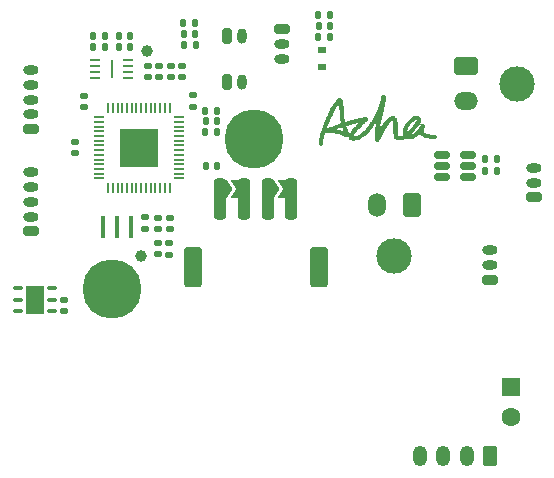
<source format=gts>
%TF.GenerationSoftware,KiCad,Pcbnew,(6.0.6)*%
%TF.CreationDate,2022-08-27T18:47:02+08:00*%
%TF.ProjectId,Stealthburner_Toolhead_PCB,53746561-6c74-4686-9275-726e65725f54,rev?*%
%TF.SameCoordinates,Original*%
%TF.FileFunction,Soldermask,Top*%
%TF.FilePolarity,Negative*%
%FSLAX46Y46*%
G04 Gerber Fmt 4.6, Leading zero omitted, Abs format (unit mm)*
G04 Created by KiCad (PCBNEW (6.0.6)) date 2022-08-27 18:47:02*
%MOMM*%
%LPD*%
G01*
G04 APERTURE LIST*
G04 Aperture macros list*
%AMRoundRect*
0 Rectangle with rounded corners*
0 $1 Rounding radius*
0 $2 $3 $4 $5 $6 $7 $8 $9 X,Y pos of 4 corners*
0 Add a 4 corners polygon primitive as box body*
4,1,4,$2,$3,$4,$5,$6,$7,$8,$9,$2,$3,0*
0 Add four circle primitives for the rounded corners*
1,1,$1+$1,$2,$3*
1,1,$1+$1,$4,$5*
1,1,$1+$1,$6,$7*
1,1,$1+$1,$8,$9*
0 Add four rect primitives between the rounded corners*
20,1,$1+$1,$2,$3,$4,$5,0*
20,1,$1+$1,$4,$5,$6,$7,0*
20,1,$1+$1,$6,$7,$8,$9,0*
20,1,$1+$1,$8,$9,$2,$3,0*%
%AMFreePoly0*
4,1,6,1.000000,0.000000,0.500000,-0.750000,-0.500000,-0.750000,-0.500000,0.750000,0.500000,0.750000,1.000000,0.000000,1.000000,0.000000,$1*%
%AMFreePoly1*
4,1,6,0.500000,-0.750000,-0.650000,-0.750000,-0.150000,0.000000,-0.650000,0.750000,0.500000,0.750000,0.500000,-0.750000,0.500000,-0.750000,$1*%
G04 Aperture macros list end*
%ADD10RoundRect,0.140000X-0.170000X0.140000X-0.170000X-0.140000X0.170000X-0.140000X0.170000X0.140000X0*%
%ADD11RoundRect,0.140000X0.170000X-0.140000X0.170000X0.140000X-0.170000X0.140000X-0.170000X-0.140000X0*%
%ADD12RoundRect,0.200000X-0.200000X-0.450000X0.200000X-0.450000X0.200000X0.450000X-0.200000X0.450000X0*%
%ADD13O,0.800000X1.300000*%
%ADD14R,0.812800X0.177800*%
%ADD15R,0.177800X0.812800*%
%ADD16R,3.200400X3.200400*%
%ADD17RoundRect,0.140000X-0.140000X-0.170000X0.140000X-0.170000X0.140000X0.170000X-0.140000X0.170000X0*%
%ADD18FreePoly0,0.000000*%
%ADD19FreePoly1,0.000000*%
%ADD20C,3.000000*%
%ADD21RoundRect,0.250001X0.499999X0.759999X-0.499999X0.759999X-0.499999X-0.759999X0.499999X-0.759999X0*%
%ADD22O,1.500000X2.020000*%
%ADD23RoundRect,0.135000X0.135000X0.185000X-0.135000X0.185000X-0.135000X-0.185000X0.135000X-0.185000X0*%
%ADD24RoundRect,0.200000X0.450000X-0.200000X0.450000X0.200000X-0.450000X0.200000X-0.450000X-0.200000X0*%
%ADD25O,1.300000X0.800000*%
%ADD26R,1.600000X1.600000*%
%ADD27C,1.600000*%
%ADD28C,1.000000*%
%ADD29RoundRect,0.135000X-0.135000X-0.185000X0.135000X-0.185000X0.135000X0.185000X-0.135000X0.185000X0*%
%ADD30RoundRect,0.250000X-0.250000X-1.500000X0.250000X-1.500000X0.250000X1.500000X-0.250000X1.500000X0*%
%ADD31RoundRect,0.250001X-0.499999X-1.449999X0.499999X-1.449999X0.499999X1.449999X-0.499999X1.449999X0*%
%ADD32C,5.000000*%
%ADD33R,0.700000X0.600000*%
%ADD34RoundRect,0.200000X-0.450000X0.200000X-0.450000X-0.200000X0.450000X-0.200000X0.450000X0.200000X0*%
%ADD35RoundRect,0.140000X0.140000X0.170000X-0.140000X0.170000X-0.140000X-0.170000X0.140000X-0.170000X0*%
%ADD36RoundRect,0.135000X-0.185000X0.135000X-0.185000X-0.135000X0.185000X-0.135000X0.185000X0.135000X0*%
%ADD37R,0.400000X1.900000*%
%ADD38RoundRect,0.100000X-0.300000X-0.100000X0.300000X-0.100000X0.300000X0.100000X-0.300000X0.100000X0*%
%ADD39R,1.500000X2.400000*%
%ADD40RoundRect,0.250001X-0.759999X0.499999X-0.759999X-0.499999X0.759999X-0.499999X0.759999X0.499999X0*%
%ADD41O,2.020000X1.500000*%
%ADD42R,0.812800X0.254000*%
%ADD43R,0.203200X1.600200*%
%ADD44RoundRect,0.150000X-0.512500X-0.150000X0.512500X-0.150000X0.512500X0.150000X-0.512500X0.150000X0*%
%ADD45RoundRect,0.250000X0.350000X0.625000X-0.350000X0.625000X-0.350000X-0.625000X0.350000X-0.625000X0*%
%ADD46O,1.200000X1.750000*%
G04 APERTURE END LIST*
%TO.C,G\u002A\u002A\u002A*%
G36*
X134191925Y-107804167D02*
G01*
X134253474Y-107622442D01*
X134337961Y-107443843D01*
X134444414Y-107270562D01*
X134571863Y-107104790D01*
X134651973Y-107016127D01*
X134766835Y-106902938D01*
X134874353Y-106812356D01*
X134977334Y-106742966D01*
X135078580Y-106693355D01*
X135180898Y-106662105D01*
X135287090Y-106647804D01*
X135381797Y-106647877D01*
X135445275Y-106653000D01*
X135492599Y-106661799D01*
X135533658Y-106676656D01*
X135563338Y-106691592D01*
X135637958Y-106744406D01*
X135690365Y-106810080D01*
X135721044Y-106889559D01*
X135730479Y-106983786D01*
X135729274Y-107014566D01*
X135717454Y-107095098D01*
X135691754Y-107176559D01*
X135650526Y-107262126D01*
X135592125Y-107354971D01*
X135514903Y-107458269D01*
X135471480Y-107511524D01*
X135423304Y-107571004D01*
X135370908Y-107638367D01*
X135323419Y-107701807D01*
X135310181Y-107720148D01*
X135230257Y-107825282D01*
X135139322Y-107933100D01*
X135043762Y-108036578D01*
X134949963Y-108128693D01*
X134892577Y-108179471D01*
X134843801Y-108220787D01*
X134813304Y-108248060D01*
X134799131Y-108263693D01*
X134799324Y-108270091D01*
X134811926Y-108269658D01*
X134820536Y-108268000D01*
X134906111Y-108240702D01*
X134996767Y-108193215D01*
X135094038Y-108124512D01*
X135199460Y-108033569D01*
X135263270Y-107971900D01*
X135403381Y-107819925D01*
X135530093Y-107658722D01*
X135629068Y-107509702D01*
X135666664Y-107452193D01*
X135702333Y-107406219D01*
X135731818Y-107377147D01*
X135737106Y-107373519D01*
X135793917Y-107352783D01*
X135857175Y-107351470D01*
X135915958Y-107369547D01*
X135923897Y-107374040D01*
X135975795Y-107417548D01*
X136006163Y-107472528D01*
X136015429Y-107540552D01*
X136004025Y-107623191D01*
X135998167Y-107645703D01*
X135986295Y-107697312D01*
X135978659Y-107755434D01*
X135974626Y-107826788D01*
X135973557Y-107907454D01*
X135973502Y-108081722D01*
X136058255Y-108125318D01*
X136177125Y-108178920D01*
X136301454Y-108219250D01*
X136436392Y-108247471D01*
X136587088Y-108264743D01*
X136703687Y-108270909D01*
X136784581Y-108273898D01*
X136843806Y-108277249D01*
X136885769Y-108281539D01*
X136914877Y-108287349D01*
X136935537Y-108295258D01*
X136948365Y-108303074D01*
X136992802Y-108348717D01*
X137017184Y-108404650D01*
X137021881Y-108464949D01*
X137007266Y-108523693D01*
X136973708Y-108574959D01*
X136929186Y-108608979D01*
X136907336Y-108618379D01*
X136879716Y-108624847D01*
X136841484Y-108628846D01*
X136787794Y-108630843D01*
X136713802Y-108631302D01*
X136697167Y-108631254D01*
X136477505Y-108619330D01*
X136270644Y-108585134D01*
X136075412Y-108528411D01*
X135916274Y-108461590D01*
X135818701Y-108408740D01*
X135743501Y-108354173D01*
X135687042Y-108294225D01*
X135645693Y-108225233D01*
X135622316Y-108165048D01*
X135616394Y-108157470D01*
X135604356Y-108159971D01*
X135583314Y-108174628D01*
X135550377Y-108203516D01*
X135502659Y-108248711D01*
X135493152Y-108257892D01*
X135366256Y-108372869D01*
X135245489Y-108465335D01*
X135127450Y-108537056D01*
X135008740Y-108589797D01*
X134885960Y-108625323D01*
X134755712Y-108645398D01*
X134744919Y-108646385D01*
X134672867Y-108648640D01*
X134592605Y-108644721D01*
X134512964Y-108635601D01*
X134442774Y-108622255D01*
X134396259Y-108607958D01*
X134373870Y-108600914D01*
X134352852Y-108601897D01*
X134325857Y-108612932D01*
X134285539Y-108636046D01*
X134278112Y-108640545D01*
X134212088Y-108678195D01*
X134153712Y-108704496D01*
X134095416Y-108721372D01*
X134029635Y-108730747D01*
X133948800Y-108734544D01*
X133906818Y-108734943D01*
X133833658Y-108734437D01*
X133779687Y-108731959D01*
X133738039Y-108726659D01*
X133701851Y-108717691D01*
X133667150Y-108705344D01*
X133576385Y-108657015D01*
X133503333Y-108589640D01*
X133449269Y-108506665D01*
X133431144Y-108469702D01*
X133415947Y-108435022D01*
X133403374Y-108399913D01*
X133393120Y-108361665D01*
X133384882Y-108317568D01*
X133378356Y-108264912D01*
X133373238Y-108200985D01*
X133369223Y-108123079D01*
X133366008Y-108028481D01*
X133363288Y-107914482D01*
X133360759Y-107778372D01*
X133359569Y-107707109D01*
X133356986Y-107559815D01*
X133354346Y-107436510D01*
X133351440Y-107335108D01*
X133348065Y-107253520D01*
X133344013Y-107189660D01*
X133339080Y-107141438D01*
X133333059Y-107106769D01*
X133325745Y-107083563D01*
X133316932Y-107069734D01*
X133306415Y-107063193D01*
X133295969Y-107061805D01*
X133272545Y-107067193D01*
X133235668Y-107080880D01*
X133209231Y-107092534D01*
X133149189Y-107130532D01*
X133081989Y-107190788D01*
X133009778Y-107271199D01*
X132954690Y-107342017D01*
X132906711Y-107409962D01*
X132852624Y-107491266D01*
X132795455Y-107580926D01*
X132738232Y-107673942D01*
X132683981Y-107765311D01*
X132635729Y-107850032D01*
X132596503Y-107923101D01*
X132570420Y-107977024D01*
X132549063Y-108023154D01*
X132517634Y-108087802D01*
X132478385Y-108166499D01*
X132433564Y-108254778D01*
X132385423Y-108348173D01*
X132336211Y-108442215D01*
X132334191Y-108446042D01*
X132280867Y-108546530D01*
X132237726Y-108626401D01*
X132203152Y-108688292D01*
X132175525Y-108734843D01*
X132153227Y-108768691D01*
X132134640Y-108792473D01*
X132118146Y-108808828D01*
X132106060Y-108817882D01*
X132039636Y-108849848D01*
X131974351Y-108856140D01*
X131907832Y-108836928D01*
X131898915Y-108832538D01*
X131861819Y-108811676D01*
X131833606Y-108789732D01*
X131812865Y-108762786D01*
X131798184Y-108726920D01*
X131788151Y-108678217D01*
X131781356Y-108612758D01*
X131776385Y-108526625D01*
X131774685Y-108487748D01*
X131771937Y-108406781D01*
X131770435Y-108329239D01*
X131770216Y-108261217D01*
X131771315Y-108208812D01*
X131772915Y-108184430D01*
X131791886Y-108011471D01*
X131809628Y-107860168D01*
X131826824Y-107726170D01*
X131844162Y-107605126D01*
X131862324Y-107492684D01*
X131881998Y-107384493D01*
X131903867Y-107276202D01*
X131928618Y-107163459D01*
X131944573Y-107094275D01*
X131942879Y-107087285D01*
X131930350Y-107101200D01*
X131908534Y-107133974D01*
X131885442Y-107172386D01*
X131850471Y-107230547D01*
X131806429Y-107301058D01*
X131759076Y-107374818D01*
X131716222Y-107439685D01*
X131677189Y-107498467D01*
X131641740Y-107553219D01*
X131613355Y-107598470D01*
X131595516Y-107628752D01*
X131593530Y-107632511D01*
X131567917Y-107675502D01*
X131527922Y-107733615D01*
X131476803Y-107802763D01*
X131417819Y-107878863D01*
X131354229Y-107957830D01*
X131289292Y-108035578D01*
X131226265Y-108108024D01*
X131168409Y-108171083D01*
X131142981Y-108197270D01*
X130991712Y-108334243D01*
X130818824Y-108463615D01*
X130628335Y-108582534D01*
X130508271Y-108647173D01*
X130428544Y-108685338D01*
X130356255Y-108713769D01*
X130284948Y-108733855D01*
X130208163Y-108746985D01*
X130119441Y-108754546D01*
X130012326Y-108757926D01*
X129991795Y-108758185D01*
X129914277Y-108758814D01*
X129857896Y-108758413D01*
X129817713Y-108756394D01*
X129788793Y-108752168D01*
X129766197Y-108745148D01*
X129744987Y-108734744D01*
X129731878Y-108727223D01*
X129672593Y-108677823D01*
X129631504Y-108610358D01*
X129609361Y-108526147D01*
X129607338Y-108508155D01*
X129602563Y-108467183D01*
X129597266Y-108439131D01*
X129593380Y-108430774D01*
X129579522Y-108438538D01*
X129562105Y-108452796D01*
X129531597Y-108468038D01*
X129482924Y-108478239D01*
X129462295Y-108480277D01*
X129431191Y-108481696D01*
X129403441Y-108479899D01*
X129373801Y-108473302D01*
X129337028Y-108460317D01*
X129287875Y-108439361D01*
X129221101Y-108408846D01*
X129211783Y-108404526D01*
X129066984Y-108339305D01*
X128939908Y-108286601D01*
X128826248Y-108244976D01*
X128721698Y-108212990D01*
X128621951Y-108189206D01*
X128522700Y-108172183D01*
X128511753Y-108170679D01*
X128471069Y-108166536D01*
X128409073Y-108161930D01*
X128330522Y-108157132D01*
X128240174Y-108152414D01*
X128142785Y-108148045D01*
X128057825Y-108144803D01*
X127944935Y-108140555D01*
X127855060Y-108136394D01*
X127785140Y-108132063D01*
X127732115Y-108127306D01*
X127692923Y-108121864D01*
X127664506Y-108115481D01*
X127649815Y-108110487D01*
X127616256Y-108098347D01*
X127594588Y-108092936D01*
X127590863Y-108093388D01*
X127584549Y-108108869D01*
X127572543Y-108144857D01*
X127556212Y-108196755D01*
X127536922Y-108259963D01*
X127516038Y-108329885D01*
X127494926Y-108401922D01*
X127474952Y-108471476D01*
X127457481Y-108533949D01*
X127443880Y-108584744D01*
X127438360Y-108606801D01*
X127426547Y-108660190D01*
X127419050Y-108707374D01*
X127415328Y-108756091D01*
X127414840Y-108814078D01*
X127417043Y-108889075D01*
X127417615Y-108903296D01*
X127424984Y-109082440D01*
X127390458Y-109123473D01*
X127350236Y-109159792D01*
X127302413Y-109186617D01*
X127257045Y-109198651D01*
X127247560Y-109198745D01*
X127218791Y-109193863D01*
X127183677Y-109184316D01*
X127134111Y-109163629D01*
X127100264Y-109135692D01*
X127078119Y-109094882D01*
X127063662Y-109035576D01*
X127059897Y-109011011D01*
X127051528Y-108937256D01*
X127047640Y-108864245D01*
X127048731Y-108789448D01*
X127055301Y-108710334D01*
X127067848Y-108624375D01*
X127086872Y-108529040D01*
X127112871Y-108421799D01*
X127146345Y-108300122D01*
X127187793Y-108161480D01*
X127237713Y-108003343D01*
X127290642Y-107841215D01*
X127301147Y-107809545D01*
X128554303Y-107809545D01*
X128665134Y-107827927D01*
X128719764Y-107839315D01*
X128790393Y-107857396D01*
X128868550Y-107879839D01*
X128945767Y-107904315D01*
X128958512Y-107908620D01*
X129023324Y-107930663D01*
X129079220Y-107949521D01*
X129121629Y-107963665D01*
X129145980Y-107971564D01*
X129149816Y-107972670D01*
X129149219Y-107962345D01*
X129140269Y-107933232D01*
X129124685Y-107890603D01*
X129115332Y-107866837D01*
X129093198Y-107810078D01*
X129072895Y-107755064D01*
X129058031Y-107711651D01*
X129055452Y-107703309D01*
X129042726Y-107670943D01*
X129029696Y-107653515D01*
X129024741Y-107652493D01*
X129008379Y-107658085D01*
X128971451Y-107670504D01*
X128918138Y-107688349D01*
X128852623Y-107710222D01*
X128782485Y-107733590D01*
X128554303Y-107809545D01*
X127301147Y-107809545D01*
X127335628Y-107705589D01*
X127726769Y-107705589D01*
X127726885Y-107720081D01*
X127733245Y-107723401D01*
X127736137Y-107722752D01*
X127754577Y-107716258D01*
X127793557Y-107701928D01*
X127849244Y-107681193D01*
X127917802Y-107655483D01*
X127995396Y-107626229D01*
X128032742Y-107612099D01*
X128132138Y-107575043D01*
X128234597Y-107537701D01*
X129384780Y-107537701D01*
X129387799Y-107550444D01*
X129398826Y-107583038D01*
X129416285Y-107631081D01*
X129438603Y-107690169D01*
X129448368Y-107715475D01*
X129475989Y-107786974D01*
X129503236Y-107858094D01*
X129527220Y-107921258D01*
X129545052Y-107968888D01*
X129547085Y-107974409D01*
X129571857Y-108039126D01*
X129595807Y-108096774D01*
X129616907Y-108142900D01*
X129633127Y-108173048D01*
X129642029Y-108182845D01*
X129652000Y-108172316D01*
X129669627Y-108145425D01*
X129683846Y-108120910D01*
X129701756Y-108092381D01*
X129732684Y-108047128D01*
X129773795Y-107989130D01*
X129822252Y-107922367D01*
X129875218Y-107850819D01*
X129897462Y-107821181D01*
X129971590Y-107724532D01*
X130036780Y-107643829D01*
X130098260Y-107573125D01*
X130161259Y-107506474D01*
X130231005Y-107437928D01*
X130251517Y-107418469D01*
X130306457Y-107366148D01*
X130353746Y-107320115D01*
X130390514Y-107283248D01*
X130413891Y-107258425D01*
X130421030Y-107248546D01*
X130407393Y-107250377D01*
X130371929Y-107258570D01*
X130317856Y-107272229D01*
X130248394Y-107290455D01*
X130166763Y-107312349D01*
X130076182Y-107337013D01*
X129979869Y-107363549D01*
X129881045Y-107391058D01*
X129782928Y-107418642D01*
X129688738Y-107445403D01*
X129601694Y-107470443D01*
X129525015Y-107492863D01*
X129461921Y-107511766D01*
X129415630Y-107526251D01*
X129389363Y-107535422D01*
X129384780Y-107537701D01*
X128234597Y-107537701D01*
X128247249Y-107533090D01*
X128369014Y-107489483D01*
X128488371Y-107447465D01*
X128596259Y-107410277D01*
X128606459Y-107406816D01*
X128690384Y-107378163D01*
X128766147Y-107351862D01*
X128830220Y-107329171D01*
X128879079Y-107311351D01*
X128909195Y-107299661D01*
X128917234Y-107295803D01*
X128919228Y-107279891D01*
X128916082Y-107244294D01*
X128908474Y-107194749D01*
X128900275Y-107152027D01*
X128875712Y-107023567D01*
X128856253Y-106897770D01*
X128840941Y-106766835D01*
X128828817Y-106622966D01*
X128821912Y-106513879D01*
X128814010Y-106376900D01*
X128806037Y-106243633D01*
X128798172Y-106116720D01*
X128790594Y-105998803D01*
X128783481Y-105892524D01*
X128777011Y-105800523D01*
X128771364Y-105725443D01*
X128766718Y-105669925D01*
X128763251Y-105636611D01*
X128762120Y-105629552D01*
X128755362Y-105599121D01*
X128731442Y-105629552D01*
X128707861Y-105663088D01*
X128674235Y-105715792D01*
X128632779Y-105783814D01*
X128585711Y-105863309D01*
X128535248Y-105950429D01*
X128483607Y-106041325D01*
X128433005Y-106132151D01*
X128385658Y-106219058D01*
X128343785Y-106298200D01*
X128324594Y-106335633D01*
X128272961Y-106439380D01*
X128213604Y-106561375D01*
X128149196Y-106695948D01*
X128082409Y-106837432D01*
X128015919Y-106980157D01*
X127952396Y-107118456D01*
X127894516Y-107246659D01*
X127886880Y-107263783D01*
X127858916Y-107329776D01*
X127827078Y-107409915D01*
X127795508Y-107493528D01*
X127771094Y-107561932D01*
X127748153Y-107629828D01*
X127733618Y-107676609D01*
X127726769Y-107705589D01*
X127335628Y-107705589D01*
X127336903Y-107701745D01*
X127376925Y-107582866D01*
X127412358Y-107480311D01*
X127444852Y-107389813D01*
X127476056Y-107307107D01*
X127507621Y-107227927D01*
X127541195Y-107148006D01*
X127578428Y-107063079D01*
X127620971Y-106968878D01*
X127665176Y-106872612D01*
X127785910Y-106614880D01*
X127901549Y-106375984D01*
X128011716Y-106156600D01*
X128116030Y-105957402D01*
X128214113Y-105779068D01*
X128305587Y-105622273D01*
X128390072Y-105487693D01*
X128467192Y-105376004D01*
X128536565Y-105287881D01*
X128578559Y-105242325D01*
X128658940Y-105175158D01*
X128739351Y-105134042D01*
X128819848Y-105118949D01*
X128826328Y-105118865D01*
X128883982Y-105129902D01*
X128943294Y-105159550D01*
X128995275Y-105202615D01*
X129016576Y-105228807D01*
X129036327Y-105259852D01*
X129053784Y-105293314D01*
X129069240Y-105331235D01*
X129082990Y-105375659D01*
X129095327Y-105428628D01*
X129106545Y-105492186D01*
X129116937Y-105568373D01*
X129126799Y-105659235D01*
X129136422Y-105766813D01*
X129146102Y-105893149D01*
X129156132Y-106040288D01*
X129166806Y-106210271D01*
X129173308Y-106318454D01*
X129182615Y-106467870D01*
X129191609Y-106595137D01*
X129200725Y-106704171D01*
X129210397Y-106798890D01*
X129221060Y-106883213D01*
X129233148Y-106961057D01*
X129247095Y-107036338D01*
X129259492Y-107095560D01*
X129279707Y-107188117D01*
X129490721Y-107124345D01*
X129644516Y-107078731D01*
X129801012Y-107033936D01*
X129957861Y-106990522D01*
X130112718Y-106949054D01*
X130263234Y-106910096D01*
X130407065Y-106874213D01*
X130541862Y-106841967D01*
X130665280Y-106813922D01*
X130774971Y-106790644D01*
X130868589Y-106772696D01*
X130943787Y-106760641D01*
X130998219Y-106755043D01*
X131025177Y-106755585D01*
X131086397Y-106776986D01*
X131137103Y-106817906D01*
X131173395Y-106872636D01*
X131191375Y-106935471D01*
X131188573Y-106994708D01*
X131169884Y-107042584D01*
X131132863Y-107095861D01*
X131075892Y-107156456D01*
X130997354Y-107226286D01*
X130983283Y-107237947D01*
X130940601Y-107274463D01*
X130883321Y-107325567D01*
X130815447Y-107387572D01*
X130740984Y-107456791D01*
X130663936Y-107529535D01*
X130598114Y-107592631D01*
X130510042Y-107678446D01*
X130437176Y-107751414D01*
X130375350Y-107816144D01*
X130320394Y-107877245D01*
X130268143Y-107939326D01*
X130214429Y-108006995D01*
X130165300Y-108071302D01*
X130102078Y-108155809D01*
X130053469Y-108222782D01*
X130017745Y-108275008D01*
X129993179Y-108315275D01*
X129978041Y-108346372D01*
X129970603Y-108371085D01*
X129969036Y-108387861D01*
X129972351Y-108397979D01*
X129985660Y-108403089D01*
X130014005Y-108403782D01*
X130062431Y-108400645D01*
X130071824Y-108399874D01*
X130140519Y-108391679D01*
X130205437Y-108377931D01*
X130270390Y-108356903D01*
X130339194Y-108326870D01*
X130415663Y-108286107D01*
X130503611Y-108232888D01*
X130606852Y-108165488D01*
X130641469Y-108142182D01*
X130742295Y-108066637D01*
X130845599Y-107975921D01*
X130903161Y-107919288D01*
X130955041Y-107863472D01*
X131013159Y-107796820D01*
X131074020Y-107723762D01*
X131134130Y-107648727D01*
X131189995Y-107576147D01*
X131238121Y-107510451D01*
X131275012Y-107456070D01*
X131294143Y-107423585D01*
X131309009Y-107398027D01*
X131335131Y-107356248D01*
X131369098Y-107303590D01*
X131407499Y-107245398D01*
X131416210Y-107232375D01*
X131462447Y-107161937D01*
X131511799Y-107084307D01*
X131558120Y-107009282D01*
X131592852Y-106950846D01*
X131636455Y-106873135D01*
X131686953Y-106779456D01*
X131742276Y-106673966D01*
X131800356Y-106560825D01*
X131859122Y-106444188D01*
X131916504Y-106328215D01*
X131970435Y-106217063D01*
X132018844Y-106114889D01*
X132059661Y-106025851D01*
X132090817Y-105954108D01*
X132099076Y-105933803D01*
X132135918Y-105834225D01*
X132174954Y-105717038D01*
X132214111Y-105589464D01*
X132251319Y-105458720D01*
X132284507Y-105332027D01*
X132311602Y-105216604D01*
X132327286Y-105138423D01*
X132338865Y-105079783D01*
X132350931Y-105028132D01*
X132361707Y-104990679D01*
X132366828Y-104977998D01*
X132402248Y-104937459D01*
X132453540Y-104910346D01*
X132513350Y-104898230D01*
X132574320Y-104902682D01*
X132625209Y-104922817D01*
X132657260Y-104950656D01*
X132687419Y-104989842D01*
X132695668Y-105004262D01*
X132705906Y-105025193D01*
X132713045Y-105044629D01*
X132717292Y-105067059D01*
X132718849Y-105096971D01*
X132717922Y-105138856D01*
X132714716Y-105197201D01*
X132709434Y-105276496D01*
X132708620Y-105288372D01*
X132698050Y-105426073D01*
X132686074Y-105544744D01*
X132671504Y-105651435D01*
X132653151Y-105753194D01*
X132629829Y-105857068D01*
X132600350Y-105970106D01*
X132583761Y-106029347D01*
X132559717Y-106116494D01*
X132532064Y-106221184D01*
X132502818Y-106335495D01*
X132473998Y-106451508D01*
X132447620Y-106561301D01*
X132440384Y-106592273D01*
X132416969Y-106692684D01*
X132392549Y-106796328D01*
X132368659Y-106896772D01*
X132346832Y-106987582D01*
X132328601Y-107062326D01*
X132321928Y-107089206D01*
X132286647Y-107235046D01*
X132254967Y-107375626D01*
X132227803Y-107506459D01*
X132206070Y-107623056D01*
X132190683Y-107720930D01*
X132186636Y-107752746D01*
X132179439Y-107813799D01*
X132172489Y-107871299D01*
X132166911Y-107916012D01*
X132165244Y-107928772D01*
X132162686Y-107957716D01*
X132165666Y-107968426D01*
X132175029Y-107959687D01*
X132191619Y-107930285D01*
X132216280Y-107879006D01*
X132246842Y-107811421D01*
X132292210Y-107717795D01*
X132351866Y-107609029D01*
X132426534Y-107483901D01*
X132516939Y-107341185D01*
X132597993Y-107218146D01*
X132698331Y-107077781D01*
X132796151Y-106961766D01*
X132893302Y-106868744D01*
X132991632Y-106797356D01*
X133092990Y-106746243D01*
X133199227Y-106714046D01*
X133303206Y-106699941D01*
X133359232Y-106697226D01*
X133398888Y-106698841D01*
X133431724Y-106706274D01*
X133467292Y-106721013D01*
X133481093Y-106727655D01*
X133538803Y-106763322D01*
X133584712Y-106811127D01*
X133598731Y-106830510D01*
X133627387Y-106876287D01*
X133651546Y-106924850D01*
X133671545Y-106978713D01*
X133687722Y-107040392D01*
X133700414Y-107112401D01*
X133709957Y-107197254D01*
X133716689Y-107297467D01*
X133720946Y-107415554D01*
X133723066Y-107554029D01*
X133723386Y-107715408D01*
X133723226Y-107759265D01*
X133722791Y-107876660D01*
X133722821Y-107971425D01*
X133723541Y-108047008D01*
X133725178Y-108106855D01*
X133727959Y-108154414D01*
X133732109Y-108193132D01*
X133737854Y-108226455D01*
X133745422Y-108257832D01*
X133755038Y-108290709D01*
X133758935Y-108303224D01*
X133772943Y-108341170D01*
X133788627Y-108361236D01*
X133813024Y-108371060D01*
X133823419Y-108373213D01*
X133904066Y-108379141D01*
X133986549Y-108369417D01*
X134060122Y-108345638D01*
X134080531Y-108335027D01*
X134141520Y-108299285D01*
X134141520Y-108168233D01*
X134153674Y-107995478D01*
X134519652Y-107995478D01*
X134528341Y-107998093D01*
X134552354Y-107984807D01*
X134588613Y-107958196D01*
X134634036Y-107920834D01*
X134685546Y-107875297D01*
X134740061Y-107824161D01*
X134794503Y-107769999D01*
X134815676Y-107747952D01*
X134869357Y-107688509D01*
X134926734Y-107620553D01*
X134979150Y-107554512D01*
X135003573Y-107521606D01*
X135048230Y-107461077D01*
X135101710Y-107391315D01*
X135155847Y-107322872D01*
X135185360Y-107286694D01*
X135229742Y-107230509D01*
X135271506Y-107172914D01*
X135308102Y-107117995D01*
X135336982Y-107069839D01*
X135355598Y-107032532D01*
X135361400Y-107010160D01*
X135359999Y-107006679D01*
X135342759Y-107004352D01*
X135308588Y-107008631D01*
X135265301Y-107017904D01*
X135220715Y-107030557D01*
X135190075Y-107041733D01*
X135143603Y-107067423D01*
X135085734Y-107108968D01*
X135021593Y-107162051D01*
X134956306Y-107222352D01*
X134895001Y-107285552D01*
X134877777Y-107304861D01*
X134774630Y-107433051D01*
X134690300Y-107560748D01*
X134636725Y-107659724D01*
X134612795Y-107712089D01*
X134587759Y-107773752D01*
X134563796Y-107838463D01*
X134543086Y-107899972D01*
X134527809Y-107952029D01*
X134520142Y-107988384D01*
X134519652Y-107995478D01*
X134153674Y-107995478D01*
X134154283Y-107986827D01*
X134191925Y-107804167D01*
G37*
%TD*%
D10*
%TO.C,C24*%
X113434800Y-115296400D03*
X113434800Y-116256400D03*
%TD*%
D11*
%TO.C,C16*%
X114554000Y-103400800D03*
X114554000Y-102440800D03*
%TD*%
D12*
%TO.C,J4*%
X119278400Y-103835200D03*
D13*
X120528400Y-103835200D03*
%TD*%
D14*
%TO.C,U7*%
X108407200Y-106772075D03*
X108407200Y-107172125D03*
X108407200Y-107572175D03*
X108407200Y-107972225D03*
X108407200Y-108372275D03*
X108407200Y-108772325D03*
X108407200Y-109172375D03*
X108407200Y-109572425D03*
X108407200Y-109972475D03*
X108407200Y-110372525D03*
X108407200Y-110772575D03*
X108407200Y-111172625D03*
X108407200Y-111572675D03*
X108407200Y-111972725D03*
D15*
X109210475Y-112776000D03*
X109610525Y-112776000D03*
X110010575Y-112776000D03*
X110410625Y-112776000D03*
X110810675Y-112776000D03*
X111210725Y-112776000D03*
X111610775Y-112776000D03*
X112010825Y-112776000D03*
X112410875Y-112776000D03*
X112810925Y-112776000D03*
X113210975Y-112776000D03*
X113611025Y-112776000D03*
X114011075Y-112776000D03*
X114411125Y-112776000D03*
D14*
X115214400Y-111972725D03*
X115214400Y-111572675D03*
X115214400Y-111172625D03*
X115214400Y-110772575D03*
X115214400Y-110372525D03*
X115214400Y-109972475D03*
X115214400Y-109572425D03*
X115214400Y-109172375D03*
X115214400Y-108772325D03*
X115214400Y-108372275D03*
X115214400Y-107972225D03*
X115214400Y-107572175D03*
X115214400Y-107172125D03*
X115214400Y-106772075D03*
D15*
X114411125Y-105968800D03*
X114011075Y-105968800D03*
X113611025Y-105968800D03*
X113210975Y-105968800D03*
X112810925Y-105968800D03*
X112410875Y-105968800D03*
X112010825Y-105968800D03*
X111610775Y-105968800D03*
X111210725Y-105968800D03*
X110810675Y-105968800D03*
X110410625Y-105968800D03*
X110010575Y-105968800D03*
X109610525Y-105968800D03*
X109210475Y-105968800D03*
D16*
X111810800Y-109372400D03*
%TD*%
D17*
%TO.C,C19*%
X117477600Y-110896400D03*
X118437600Y-110896400D03*
%TD*%
D18*
%TO.C,JP4*%
X118793600Y-112826800D03*
D19*
X120243600Y-112826800D03*
%TD*%
D20*
%TO.C,J9*%
X133451600Y-118561600D03*
D21*
X134951600Y-114241600D03*
D22*
X131951600Y-114241600D03*
%TD*%
D23*
%TO.C,R5*%
X108968000Y-100838000D03*
X107948000Y-100838000D03*
%TD*%
D24*
%TO.C,J7*%
X102710400Y-116444400D03*
D25*
X102710400Y-115194400D03*
X102710400Y-113944400D03*
X102710400Y-112694400D03*
X102710400Y-111444400D03*
%TD*%
D18*
%TO.C,JP3*%
X122756000Y-112826800D03*
D19*
X124206000Y-112826800D03*
%TD*%
D26*
%TO.C,C32*%
X143306800Y-129641600D03*
D27*
X143306800Y-132141600D03*
%TD*%
D28*
%TO.C,J3*%
X112471200Y-101142800D03*
%TD*%
D11*
%TO.C,C18*%
X115468400Y-103400800D03*
X115468400Y-102440800D03*
%TD*%
D29*
%TO.C,R14*%
X115579600Y-98806000D03*
X116599600Y-98806000D03*
%TD*%
D23*
%TO.C,R7*%
X128018000Y-98145600D03*
X126998000Y-98145600D03*
%TD*%
D30*
%TO.C,J11*%
X118716800Y-113685200D03*
X120716800Y-113685200D03*
X122716800Y-113685200D03*
X124716800Y-113685200D03*
D31*
X116366800Y-119435200D03*
X127066800Y-119435200D03*
%TD*%
D11*
%TO.C,C15*%
X112623600Y-103400800D03*
X112623600Y-102440800D03*
%TD*%
%TO.C,C23*%
X106426000Y-109852400D03*
X106426000Y-108892400D03*
%TD*%
D32*
%TO.C,H2*%
X121564400Y-108661200D03*
%TD*%
D33*
%TO.C,D2*%
X127304800Y-102503200D03*
X127304800Y-101103200D03*
%TD*%
D29*
%TO.C,R12*%
X117447600Y-108051600D03*
X118467600Y-108051600D03*
%TD*%
D34*
%TO.C,J2*%
X123901200Y-99314000D03*
D25*
X123901200Y-100564000D03*
X123901200Y-101814000D03*
%TD*%
D11*
%TO.C,C4*%
X113436400Y-118386800D03*
X113436400Y-117426800D03*
%TD*%
D24*
%TO.C,J8*%
X141572400Y-120528400D03*
D25*
X141572400Y-119278400D03*
X141572400Y-118028400D03*
%TD*%
D32*
%TO.C,H1*%
X109575600Y-121361200D03*
%TD*%
D10*
%TO.C,C29*%
X105511600Y-122252800D03*
X105511600Y-123212800D03*
%TD*%
D35*
%TO.C,C13*%
X118437600Y-107137200D03*
X117477600Y-107137200D03*
%TD*%
D28*
%TO.C,TP1*%
X111963200Y-118567200D03*
%TD*%
D23*
%TO.C,R4*%
X108968000Y-99923600D03*
X107948000Y-99923600D03*
%TD*%
D36*
%TO.C,R11*%
X112369600Y-115266400D03*
X112369600Y-116286400D03*
%TD*%
D29*
%TO.C,R8*%
X141120400Y-110337600D03*
X142140400Y-110337600D03*
%TD*%
D37*
%TO.C,Y1*%
X108780400Y-116081200D03*
X109980400Y-116081200D03*
X111180400Y-116081200D03*
%TD*%
D23*
%TO.C,R6*%
X128018000Y-99974400D03*
X126998000Y-99974400D03*
%TD*%
D35*
%TO.C,C17*%
X116558000Y-99720400D03*
X115598000Y-99720400D03*
%TD*%
D38*
%TO.C,U9*%
X101572400Y-121224800D03*
X101572400Y-122224800D03*
X101572400Y-123224800D03*
X104472400Y-123224800D03*
X104472400Y-122224800D03*
X104472400Y-121224800D03*
D39*
X103022400Y-122224800D03*
%TD*%
D24*
%TO.C,J10*%
X102717600Y-107797600D03*
D25*
X102717600Y-106547600D03*
X102717600Y-105297600D03*
X102717600Y-104047600D03*
X102717600Y-102797600D03*
%TD*%
D24*
%TO.C,J5*%
X145230000Y-113568800D03*
D25*
X145230000Y-112318800D03*
X145230000Y-111068800D03*
%TD*%
D23*
%TO.C,R10*%
X142140400Y-111353600D03*
X141120400Y-111353600D03*
%TD*%
D20*
%TO.C,J1*%
X143860000Y-103936800D03*
D40*
X139540000Y-102436800D03*
D41*
X139540000Y-105436800D03*
%TD*%
D11*
%TO.C,C21*%
X113538000Y-103400800D03*
X113538000Y-102440800D03*
%TD*%
%TO.C,C20*%
X116433600Y-105890000D03*
X116433600Y-104930000D03*
%TD*%
D42*
%TO.C,U4*%
X108126400Y-101967599D03*
X108126400Y-102467600D03*
X108126400Y-102967600D03*
X108126400Y-103467601D03*
X110923200Y-103467601D03*
X110923200Y-102967600D03*
X110923200Y-102467600D03*
X110923200Y-101967599D03*
D43*
X109524800Y-102717600D03*
%TD*%
D29*
%TO.C,R15*%
X115590800Y-100634800D03*
X116610800Y-100634800D03*
%TD*%
D35*
%TO.C,C3*%
X111071600Y-99923600D03*
X110111600Y-99923600D03*
%TD*%
D17*
%TO.C,C11*%
X127028000Y-99060000D03*
X127988000Y-99060000D03*
%TD*%
D11*
%TO.C,C22*%
X107137200Y-105940800D03*
X107137200Y-104980800D03*
%TD*%
D44*
%TO.C,U5*%
X137444900Y-109946400D03*
X137444900Y-110896400D03*
X137444900Y-111846400D03*
X139719900Y-111846400D03*
X139719900Y-110896400D03*
X139719900Y-109946400D03*
%TD*%
D36*
%TO.C,R1*%
X114350800Y-117396800D03*
X114350800Y-118416800D03*
%TD*%
D35*
%TO.C,C2*%
X111071600Y-100838000D03*
X110111600Y-100838000D03*
%TD*%
D10*
%TO.C,C14*%
X114452400Y-115293200D03*
X114452400Y-116253200D03*
%TD*%
D12*
%TO.C,J6*%
X119278400Y-99872800D03*
D13*
X120528400Y-99872800D03*
%TD*%
D29*
%TO.C,R9*%
X117447600Y-106220800D03*
X118467600Y-106220800D03*
%TD*%
D45*
%TO.C,J12*%
X141582400Y-135492400D03*
D46*
X139582400Y-135492400D03*
X137582400Y-135492400D03*
X135582400Y-135492400D03*
%TD*%
M02*

</source>
